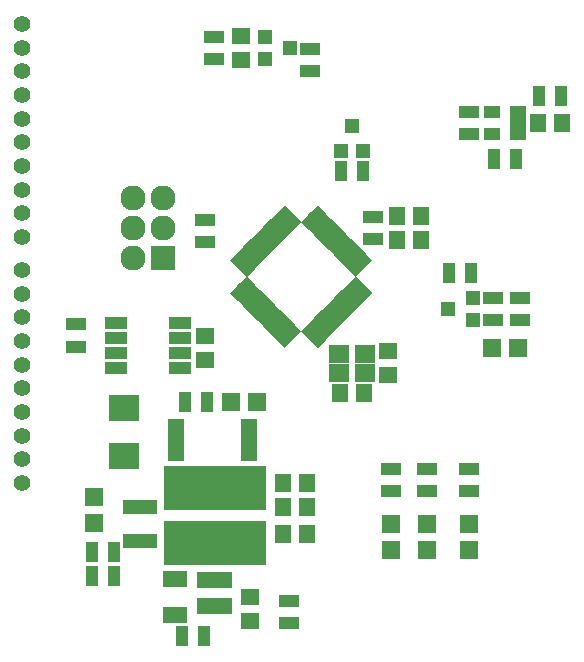
<source format=gts>
G04 #@! TF.GenerationSoftware,KiCad,Pcbnew,5.0.0-fee4fd1~66~ubuntu18.04.1*
G04 #@! TF.CreationDate,2018-09-12T12:49:42-04:00*
G04 #@! TF.ProjectId,Intro,496E74726F2E6B696361645F70636200,rev?*
G04 #@! TF.SameCoordinates,Original*
G04 #@! TF.FileFunction,Soldermask,Top*
G04 #@! TF.FilePolarity,Negative*
%FSLAX46Y46*%
G04 Gerber Fmt 4.6, Leading zero omitted, Abs format (unit mm)*
G04 Created by KiCad (PCBNEW 5.0.0-fee4fd1~66~ubuntu18.04.1) date Wed Sep 12 12:49:42 2018*
%MOMM*%
%LPD*%
G01*
G04 APERTURE LIST*
%ADD10R,1.650000X1.400000*%
%ADD11R,1.400000X1.650000*%
%ADD12R,1.600000X1.600000*%
%ADD13R,2.900000X1.300000*%
%ADD14C,0.950000*%
%ADD15C,0.100000*%
%ADD16R,8.600000X3.700000*%
%ADD17R,1.700000X1.100000*%
%ADD18R,1.100000X1.700000*%
%ADD19R,1.050000X1.460000*%
%ADD20R,1.800000X1.600000*%
%ADD21R,2.000000X1.400000*%
%ADD22R,2.559000X2.178000*%
%ADD23R,2.127200X2.127200*%
%ADD24O,2.127200X2.127200*%
%ADD25R,1.200000X1.300000*%
%ADD26R,1.300000X1.200000*%
%ADD27R,1.400000X3.600000*%
%ADD28R,1.950000X1.000000*%
%ADD29R,1.460000X1.050000*%
%ADD30C,1.400000*%
G04 APERTURE END LIST*
D10*
G04 #@! TO.C,C4*
X140970000Y-87138000D03*
X140970000Y-89138000D03*
G04 #@! TD*
G04 #@! TO.C,C5*
X144780000Y-111236000D03*
X144780000Y-109236000D03*
G04 #@! TD*
G04 #@! TO.C,C6*
X156464000Y-88408000D03*
X156464000Y-90408000D03*
G04 #@! TD*
D11*
G04 #@! TO.C,C10*
X171180000Y-69088000D03*
X169180000Y-69088000D03*
G04 #@! TD*
G04 #@! TO.C,C11*
X147590000Y-101600000D03*
X149590000Y-101600000D03*
G04 #@! TD*
G04 #@! TO.C,C12*
X147590000Y-103886000D03*
X149590000Y-103886000D03*
G04 #@! TD*
D12*
G04 #@! TO.C,D2*
X143172000Y-92710000D03*
X145372000Y-92710000D03*
G04 #@! TD*
G04 #@! TO.C,D6*
X159766000Y-103040000D03*
X159766000Y-105240000D03*
G04 #@! TD*
D13*
G04 #@! TO.C,F1*
X135489500Y-101552500D03*
X135489500Y-104452500D03*
G04 #@! TD*
D14*
G04 #@! TO.C,IC1*
X144112897Y-83076610D03*
D15*
G36*
X143741666Y-84119593D02*
X143069914Y-83447841D01*
X144484128Y-82033627D01*
X145155880Y-82705379D01*
X143741666Y-84119593D01*
X143741666Y-84119593D01*
G37*
D14*
X144678583Y-83642295D03*
D15*
G36*
X144307352Y-84685278D02*
X143635600Y-84013526D01*
X145049814Y-82599312D01*
X145721566Y-83271064D01*
X144307352Y-84685278D01*
X144307352Y-84685278D01*
G37*
D14*
X145244268Y-84207981D03*
D15*
G36*
X144873037Y-85250964D02*
X144201285Y-84579212D01*
X145615499Y-83164998D01*
X146287251Y-83836750D01*
X144873037Y-85250964D01*
X144873037Y-85250964D01*
G37*
D14*
X145809953Y-84773666D03*
D15*
G36*
X145438722Y-85816649D02*
X144766970Y-85144897D01*
X146181184Y-83730683D01*
X146852936Y-84402435D01*
X145438722Y-85816649D01*
X145438722Y-85816649D01*
G37*
D14*
X146375639Y-85339352D03*
D15*
G36*
X146004408Y-86382335D02*
X145332656Y-85710583D01*
X146746870Y-84296369D01*
X147418622Y-84968121D01*
X146004408Y-86382335D01*
X146004408Y-86382335D01*
G37*
D14*
X146941324Y-85905037D03*
D15*
G36*
X146570093Y-86948020D02*
X145898341Y-86276268D01*
X147312555Y-84862054D01*
X147984307Y-85533806D01*
X146570093Y-86948020D01*
X146570093Y-86948020D01*
G37*
D14*
X147507010Y-86470722D03*
D15*
G36*
X147135779Y-87513705D02*
X146464027Y-86841953D01*
X147878241Y-85427739D01*
X148549993Y-86099491D01*
X147135779Y-87513705D01*
X147135779Y-87513705D01*
G37*
D14*
X148072695Y-87036408D03*
D15*
G36*
X147701464Y-88079391D02*
X147029712Y-87407639D01*
X148443926Y-85993425D01*
X149115678Y-86665177D01*
X147701464Y-88079391D01*
X147701464Y-88079391D01*
G37*
D14*
X150123305Y-87036408D03*
D15*
G36*
X151166288Y-87407639D02*
X150494536Y-88079391D01*
X149080322Y-86665177D01*
X149752074Y-85993425D01*
X151166288Y-87407639D01*
X151166288Y-87407639D01*
G37*
D14*
X150688990Y-86470722D03*
D15*
G36*
X151731973Y-86841953D02*
X151060221Y-87513705D01*
X149646007Y-86099491D01*
X150317759Y-85427739D01*
X151731973Y-86841953D01*
X151731973Y-86841953D01*
G37*
D14*
X151254676Y-85905037D03*
D15*
G36*
X152297659Y-86276268D02*
X151625907Y-86948020D01*
X150211693Y-85533806D01*
X150883445Y-84862054D01*
X152297659Y-86276268D01*
X152297659Y-86276268D01*
G37*
D14*
X151820361Y-85339352D03*
D15*
G36*
X152863344Y-85710583D02*
X152191592Y-86382335D01*
X150777378Y-84968121D01*
X151449130Y-84296369D01*
X152863344Y-85710583D01*
X152863344Y-85710583D01*
G37*
D14*
X152386047Y-84773666D03*
D15*
G36*
X153429030Y-85144897D02*
X152757278Y-85816649D01*
X151343064Y-84402435D01*
X152014816Y-83730683D01*
X153429030Y-85144897D01*
X153429030Y-85144897D01*
G37*
D14*
X152951732Y-84207981D03*
D15*
G36*
X153994715Y-84579212D02*
X153322963Y-85250964D01*
X151908749Y-83836750D01*
X152580501Y-83164998D01*
X153994715Y-84579212D01*
X153994715Y-84579212D01*
G37*
D14*
X153517417Y-83642295D03*
D15*
G36*
X154560400Y-84013526D02*
X153888648Y-84685278D01*
X152474434Y-83271064D01*
X153146186Y-82599312D01*
X154560400Y-84013526D01*
X154560400Y-84013526D01*
G37*
D14*
X154083103Y-83076610D03*
D15*
G36*
X155126086Y-83447841D02*
X154454334Y-84119593D01*
X153040120Y-82705379D01*
X153711872Y-82033627D01*
X155126086Y-83447841D01*
X155126086Y-83447841D01*
G37*
D14*
X154083103Y-81026000D03*
D15*
G36*
X153711872Y-82068983D02*
X153040120Y-81397231D01*
X154454334Y-79983017D01*
X155126086Y-80654769D01*
X153711872Y-82068983D01*
X153711872Y-82068983D01*
G37*
D14*
X153517417Y-80460315D03*
D15*
G36*
X153146186Y-81503298D02*
X152474434Y-80831546D01*
X153888648Y-79417332D01*
X154560400Y-80089084D01*
X153146186Y-81503298D01*
X153146186Y-81503298D01*
G37*
D14*
X152951732Y-79894629D03*
D15*
G36*
X152580501Y-80937612D02*
X151908749Y-80265860D01*
X153322963Y-78851646D01*
X153994715Y-79523398D01*
X152580501Y-80937612D01*
X152580501Y-80937612D01*
G37*
D14*
X152386047Y-79328944D03*
D15*
G36*
X152014816Y-80371927D02*
X151343064Y-79700175D01*
X152757278Y-78285961D01*
X153429030Y-78957713D01*
X152014816Y-80371927D01*
X152014816Y-80371927D01*
G37*
D14*
X151820361Y-78763258D03*
D15*
G36*
X151449130Y-79806241D02*
X150777378Y-79134489D01*
X152191592Y-77720275D01*
X152863344Y-78392027D01*
X151449130Y-79806241D01*
X151449130Y-79806241D01*
G37*
D14*
X151254676Y-78197573D03*
D15*
G36*
X150883445Y-79240556D02*
X150211693Y-78568804D01*
X151625907Y-77154590D01*
X152297659Y-77826342D01*
X150883445Y-79240556D01*
X150883445Y-79240556D01*
G37*
D14*
X150688990Y-77631888D03*
D15*
G36*
X150317759Y-78674871D02*
X149646007Y-78003119D01*
X151060221Y-76588905D01*
X151731973Y-77260657D01*
X150317759Y-78674871D01*
X150317759Y-78674871D01*
G37*
D14*
X150123305Y-77066202D03*
D15*
G36*
X149752074Y-78109185D02*
X149080322Y-77437433D01*
X150494536Y-76023219D01*
X151166288Y-76694971D01*
X149752074Y-78109185D01*
X149752074Y-78109185D01*
G37*
D14*
X148072695Y-77066202D03*
D15*
G36*
X149115678Y-77437433D02*
X148443926Y-78109185D01*
X147029712Y-76694971D01*
X147701464Y-76023219D01*
X149115678Y-77437433D01*
X149115678Y-77437433D01*
G37*
D14*
X147507010Y-77631888D03*
D15*
G36*
X148549993Y-78003119D02*
X147878241Y-78674871D01*
X146464027Y-77260657D01*
X147135779Y-76588905D01*
X148549993Y-78003119D01*
X148549993Y-78003119D01*
G37*
D14*
X146941324Y-78197573D03*
D15*
G36*
X147984307Y-78568804D02*
X147312555Y-79240556D01*
X145898341Y-77826342D01*
X146570093Y-77154590D01*
X147984307Y-78568804D01*
X147984307Y-78568804D01*
G37*
D14*
X146375639Y-78763258D03*
D15*
G36*
X147418622Y-79134489D02*
X146746870Y-79806241D01*
X145332656Y-78392027D01*
X146004408Y-77720275D01*
X147418622Y-79134489D01*
X147418622Y-79134489D01*
G37*
D14*
X145809953Y-79328944D03*
D15*
G36*
X146852936Y-79700175D02*
X146181184Y-80371927D01*
X144766970Y-78957713D01*
X145438722Y-78285961D01*
X146852936Y-79700175D01*
X146852936Y-79700175D01*
G37*
D14*
X145244268Y-79894629D03*
D15*
G36*
X146287251Y-80265860D02*
X145615499Y-80937612D01*
X144201285Y-79523398D01*
X144873037Y-78851646D01*
X146287251Y-80265860D01*
X146287251Y-80265860D01*
G37*
D14*
X144678583Y-80460315D03*
D15*
G36*
X145721566Y-80831546D02*
X145049814Y-81503298D01*
X143635600Y-80089084D01*
X144307352Y-79417332D01*
X145721566Y-80831546D01*
X145721566Y-80831546D01*
G37*
D14*
X144112897Y-81026000D03*
D15*
G36*
X145155880Y-81397231D02*
X144484128Y-82068983D01*
X143069914Y-80654769D01*
X143741666Y-79983017D01*
X145155880Y-81397231D01*
X145155880Y-81397231D01*
G37*
G04 #@! TD*
D16*
G04 #@! TO.C,L1*
X141795500Y-104648500D03*
X141795500Y-99948500D03*
G04 #@! TD*
D17*
G04 #@! TO.C,R1*
X155194000Y-77028000D03*
X155194000Y-78928000D03*
G04 #@! TD*
D18*
G04 #@! TO.C,R2*
X133284000Y-105410000D03*
X131384000Y-105410000D03*
G04 #@! TD*
G04 #@! TO.C,R3*
X133284000Y-107442000D03*
X131384000Y-107442000D03*
G04 #@! TD*
G04 #@! TO.C,R6*
X171130000Y-66802000D03*
X169230000Y-66802000D03*
G04 #@! TD*
D17*
G04 #@! TO.C,R8*
X140970000Y-79182000D03*
X140970000Y-77282000D03*
G04 #@! TD*
D18*
G04 #@! TO.C,R11*
X167320000Y-72136000D03*
X165420000Y-72136000D03*
G04 #@! TD*
G04 #@! TO.C,R12*
X139258000Y-92710000D03*
X141158000Y-92710000D03*
G04 #@! TD*
G04 #@! TO.C,R16*
X152466000Y-73152000D03*
X154366000Y-73152000D03*
G04 #@! TD*
D19*
G04 #@! TO.C,U2*
X142720100Y-107802500D03*
X141770100Y-107802500D03*
X140820100Y-107802500D03*
X140820100Y-110002500D03*
X142720100Y-110002500D03*
X141770100Y-110002500D03*
G04 #@! TD*
D20*
G04 #@! TO.C,Y1*
X154516000Y-88608000D03*
X152316000Y-88608000D03*
X152316000Y-90208000D03*
X154516000Y-90208000D03*
G04 #@! TD*
D17*
G04 #@! TO.C,R13*
X167640000Y-85786000D03*
X167640000Y-83886000D03*
G04 #@! TD*
G04 #@! TO.C,R14*
X165354000Y-85786000D03*
X165354000Y-83886000D03*
G04 #@! TD*
D18*
G04 #@! TO.C,R15*
X163510000Y-81788000D03*
X161610000Y-81788000D03*
G04 #@! TD*
D17*
G04 #@! TO.C,R17*
X163322000Y-98364000D03*
X163322000Y-100264000D03*
G04 #@! TD*
D21*
G04 #@! TO.C,C3*
X138430000Y-107720000D03*
X138430000Y-110720000D03*
G04 #@! TD*
D11*
G04 #@! TO.C,C7*
X147590000Y-99568000D03*
X149590000Y-99568000D03*
G04 #@! TD*
G04 #@! TO.C,C8*
X152416000Y-91948000D03*
X154416000Y-91948000D03*
G04 #@! TD*
D10*
G04 #@! TO.C,C9*
X144018000Y-63738000D03*
X144018000Y-61738000D03*
G04 #@! TD*
D12*
G04 #@! TO.C,D1*
X131572000Y-102954000D03*
X131572000Y-100754000D03*
G04 #@! TD*
D22*
G04 #@! TO.C,D7*
X134112000Y-93218000D03*
X134112000Y-97282000D03*
G04 #@! TD*
D23*
G04 #@! TO.C,J4*
X137414000Y-80518000D03*
D24*
X134874000Y-80518000D03*
X137414000Y-77978000D03*
X134874000Y-77978000D03*
X137414000Y-75438000D03*
X134874000Y-75438000D03*
G04 #@! TD*
D25*
G04 #@! TO.C,Q1*
X152466000Y-71408000D03*
X154366000Y-71408000D03*
X153416000Y-69308000D03*
G04 #@! TD*
D26*
G04 #@! TO.C,Q2*
X163610000Y-85786000D03*
X163610000Y-83886000D03*
X161510000Y-84836000D03*
G04 #@! TD*
G04 #@! TO.C,Q5*
X146016000Y-61788000D03*
X146016000Y-63688000D03*
X148116000Y-62738000D03*
G04 #@! TD*
D27*
G04 #@! TO.C,R9*
X138505000Y-95885000D03*
X144705000Y-95885000D03*
G04 #@! TD*
D17*
G04 #@! TO.C,R19*
X163322000Y-68138000D03*
X163322000Y-70038000D03*
G04 #@! TD*
G04 #@! TO.C,R21*
X156718000Y-98364000D03*
X156718000Y-100264000D03*
G04 #@! TD*
G04 #@! TO.C,R22*
X141732000Y-63688000D03*
X141732000Y-61788000D03*
G04 #@! TD*
G04 #@! TO.C,R23*
X159766000Y-98364000D03*
X159766000Y-100264000D03*
G04 #@! TD*
G04 #@! TO.C,R24*
X149860000Y-64704000D03*
X149860000Y-62804000D03*
G04 #@! TD*
D28*
G04 #@! TO.C,U1*
X138844000Y-89789000D03*
X138844000Y-88519000D03*
X138844000Y-87249000D03*
X138844000Y-85979000D03*
X133444000Y-85979000D03*
X133444000Y-87249000D03*
X133444000Y-88519000D03*
X133444000Y-89789000D03*
G04 #@! TD*
D29*
G04 #@! TO.C,U3*
X167470000Y-70038000D03*
X167470000Y-69088000D03*
X167470000Y-68138000D03*
X165270000Y-68138000D03*
X165270000Y-70038000D03*
G04 #@! TD*
D11*
G04 #@! TO.C,C1*
X157242000Y-76962000D03*
X159242000Y-76962000D03*
G04 #@! TD*
G04 #@! TO.C,C2*
X157242000Y-78994000D03*
X159242000Y-78994000D03*
G04 #@! TD*
D12*
G04 #@! TO.C,D3*
X167470000Y-88138000D03*
X165270000Y-88138000D03*
G04 #@! TD*
G04 #@! TO.C,D4*
X163322000Y-103040000D03*
X163322000Y-105240000D03*
G04 #@! TD*
G04 #@! TO.C,D5*
X156718000Y-103040000D03*
X156718000Y-105240000D03*
G04 #@! TD*
D18*
G04 #@! TO.C,R4*
X140904000Y-112522000D03*
X139004000Y-112522000D03*
G04 #@! TD*
D17*
G04 #@! TO.C,R5*
X148082000Y-111440000D03*
X148082000Y-109540000D03*
G04 #@! TD*
G04 #@! TO.C,R7*
X130048000Y-88006000D03*
X130048000Y-86106000D03*
G04 #@! TD*
D30*
G04 #@! TO.C,J1*
X125476000Y-81534000D03*
X125476000Y-83534000D03*
X125476000Y-85534000D03*
X125476000Y-95534000D03*
X125476000Y-93534000D03*
X125476000Y-91534000D03*
X125476000Y-89534000D03*
X125476000Y-87534000D03*
X125476000Y-97534000D03*
X125476000Y-99534000D03*
G04 #@! TD*
G04 #@! TO.C,J2*
X125476000Y-78706000D03*
X125476000Y-76706000D03*
X125476000Y-66706000D03*
X125476000Y-68706000D03*
X125476000Y-70706000D03*
X125476000Y-72706000D03*
X125476000Y-74706000D03*
X125476000Y-64706000D03*
X125476000Y-62706000D03*
X125476000Y-60706000D03*
G04 #@! TD*
M02*

</source>
